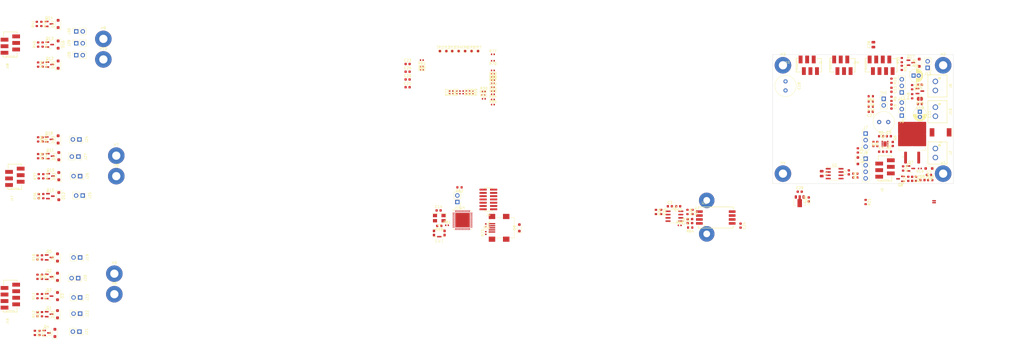
<source format=kicad_pcb>
(kicad_pcb (version 20240108) (generator "pcbnew") (generator_version "8.0")
  (title_block (comment 4 "AISLER Project ID: OVSTNYCK"))
  (layers (0 "F.Cu" signal "Front") (31 "B.Cu" signal "Back") (34 "B.Paste" user) (35 "F.Paste" user) (36 "B.SilkS" user "B.Silkscreen") (37 "F.SilkS" user "F.Silkscreen") (38 "B.Mask" user) (39 "F.Mask" user) (44 "Edge.Cuts" user))
  (net 0 "")
  (net 1 "GND")
  (net 2 "Net-(C2-Pad1)")
  (net 3 "+3.3V")
  (net 4 "GNDPWR")
  (net 5 "/PWR_12V")
  (net 6 "/DATA_LED")
  (net 7 "Net-(J9-Pin_3)")
  (net 8 "Net-(U6-SS{slash}TR)")
  (net 9 "Net-(J12-Pin_3)")
  (net 10 "+5VP")
  (net 11 "+5VL")
  (net 12 "Net-(D7-A)")
  (net 13 "Net-(U4-PF0)")
  (net 14 "Net-(U3-VOUT)")
  (net 15 "/EV_4")
  (net 16 "/Actionneurs/12V_EV1")
  (net 17 "/Actionneurs/12V_EV2")
  (net 18 "/Actionneurs/12V_EV3")
  (net 19 "/Actionneurs/12V_EVP")
  (net 20 "Net-(D8-K)")
  (net 21 "/SW_AU")
  (net 22 "/EV_5")
  (net 23 "/EV_6")
  (net 24 "/EV_7")
  (net 25 "/Actionneurs/12V_EV4")
  (net 27 "/Actionneurs/12V_EV5")
  (net 28 "/Actionneurs/12V_EV6")
  (net 29 "/Actionneurs/12V_EV7")
  (net 31 "/Actionneurs/12V_EV8")
  (net 32 "/Actionneurs/12V_EV9")
  (net 33 "/Actionneurs/12V_EV10")
  (net 34 "Net-(Q1-G)")
  (net 35 "Net-(Q2-G)")
  (net 36 "Net-(Q3-G)")
  (net 37 "Net-(Q4-G)")
  (net 38 "Net-(Q5-G)")
  (net 39 "Net-(Q7-D)")
  (net 40 "/AU_STATUS")
  (net 41 "/Actionneurs/12V_EV11")
  (net 42 "/Actionneurs/12V_VAC")
  (net 43 "/DS_COMP")
  (net 44 "/EV_8")
  (net 45 "/EV_1")
  (net 46 "/DS_TURB")
  (net 47 "/EV_2")
  (net 48 "/EV_3")
  (net 49 "/EV_P")
  (net 50 "Net-(Q10-G)")
  (net 51 "Net-(Q11-G)")
  (net 53 "Net-(Q12-G)")
  (net 54 "Net-(Q13-G)")
  (net 55 "Net-(Q14-G)")
  (net 56 "Net-(Q15-G)")
  (net 57 "Net-(Q16-G)")
  (net 58 "Net-(J6-Pin_2)")
  (net 59 "Net-(Q17-G)")
  (net 60 "Net-(U6-PG)")
  (net 61 "Net-(U6-FB)")
  (net 62 "/EV_9")
  (net 63 "/EV_10")
  (net 64 "/EV_11")
  (net 65 "/VAC")
  (net 66 "/CAN_TX")
  (net 67 "/CAN_RX")
  (net 68 "/VBATT_12V")
  (net 75 "/USB_DP")
  (net 76 "/USB_DN")
  (net 77 "/5V_USB")
  (net 79 "Net-(U4-PF1)")
  (net 80 "/Alim et Arrêt d'urgence/SW_AU{slash}2")
  (net 81 "/MCU et capteurs/A_PRES")
  (net 82 "Net-(C27-Pad2)")
  (net 83 "/MCU et capteurs/A_TEMP")
  (net 84 "/5L")
  (net 85 "/MCU et capteurs/SWTCK")
  (net 86 "/MCU et capteurs/VCP_RX")
  (net 88 "/MCU et capteurs/SWDIO")
  (net 89 "/MCU et capteurs/VCP_TX")
  (net 90 "/MCU et capteurs/SWO")
  (net 91 "/MCU et capteurs/NRST")
  (net 95 "/CANL")
  (net 96 "/CANH")
  (net 98 "Net-(J15-Pin_2)")
  (net 99 "/MCU et capteurs/BOOT0")
  (net 101 "Net-(Q18-G)")
  (net 102 "/MCU et capteurs/SCL")
  (net 103 "/MCU et capteurs/SDA")
  (net 104 "/MCU et capteurs/SDA_5")
  (net 105 "/MCU et capteurs/SCL_5")
  (net 106 "Net-(U4-PC15)")
  (net 107 "Net-(U4-PB0)")
  (net 108 "Net-(U4-PB1)")
  (net 109 "Net-(U4-PB2)")
  (net 110 "Net-(U4-PB4)")
  (net 111 "Net-(U4-PB5)")
  (net 112 "Net-(U4-PB6)")
  (net 113 "Net-(U4-PB7)")
  (net 114 "Net-(U4-PB9)")
  (net 115 "Net-(U4-PB10)")
  (net 116 "Net-(U4-PB11)")
  (net 117 "Net-(U4-PB12)")
  (net 118 "Net-(U4-PB13)")
  (net 119 "Net-(U4-PA0)")
  (net 120 "Net-(U4-PA1)")
  (net 121 "Net-(U4-PA2)")
  (net 122 "Net-(U4-PA3)")
  (net 123 "Net-(U4-PA4)")
  (net 124 "Net-(U4-PA5)")
  (net 125 "Net-(U4-PA9)")
  (net 126 "Net-(U4-PA10)")
  (net 127 "Net-(U4-PA11)")
  (net 128 "Net-(U4-PA12)")
  (net 129 "Net-(U4-PA15)")
  (net 130 "Net-(U4-PA6)")
  (net 131 "Net-(U4-PA7)")
  (net 132 "Net-(U4-PA8)")
  (net 133 "Net-(U2-EN)")
  (net 134 "Net-(U4-PC4)")
  (net 135 "Net-(U4-PC6)")
  (net 136 "Net-(U4-PC10)")
  (net 137 "Net-(U4-PC11)")
  (net 138 "Net-(U4-PC13)")
  (net 139 "Net-(U4-PC14)")
  (net 140 "Net-(U4-PB14)")
  (net 141 "Net-(U4-PB15)")
  (net 144 "/LED_EN")
  (footprint "Connector_PinSocket_2.54mm:PinSocket_1x02_P2.54mm_Vertical" (layer "F.Cu") (at -104.72 147.36 -90)
    (property "Reference" "J22")
    (property "Value" "Alim EV")
  )
  (footprint "ConnectorsEvo:691321100002" (layer "F.Cu") (at 226.28 59.11 -90)
    (property "Reference" "J6")
    (property "Value" "ESC_35_1_P")
  )
  (footprint "Resistor_SMD:R_0603_1608Metric" (layer "F.Cu") (at 131.38 114.01 180)
    (property "Reference" "R64")
    (property "Value" "22")
  )
  (footprint "12V-actuators_pcb:MicroSiP" (layer "F.Cu") (at 206.78 81.61 180)
    (property "Reference" "U6")
    (property "Value" "TPS82130")
  )
  (footprint "Resistor_SMD:R_0603_1608Metric" (layer "F.Cu") (at -121.22 140.585 90)
    (property "Reference" "R11")
    (property "Value" "1k")
  )
  (footprint "Resistor_SMD:R_0603_1608Metric" (layer "F.Cu") (at 42.11 98.41 180)
    (property "Reference" "R82")
    (property "Value" "10k")
  )
  (footprint "Resistor_SMD:R_0402_1005Metric" (layer "F.Cu") (at 55.03 53.11 180)
    (property "Reference" "R69")
    (property "Value" "0")
  )
  (footprint "Package_TO_SOT_SMD:SOT-23" (layer "F.Cu") (at -116.72 140.585)
    (property "Reference" "Q3")
    (property "Value" "G2302")
  )
  (footprint "MountingHole:MountingHole_3.2mm_M3_Pad" (layer "F.Cu") (at 167.28 93.11)
    (property "Reference" "H4")
    (property "Value" "MountingHole_Pad")
  )
  (footprint "Resistor_SMD:R_0603_1608Metric" (layer "F.Cu") (at -120.97 79.835 -90)
    (property "Reference" "R88")
    (property "Value" "10k")
  )
  (footprint "Capacitor_SMD:C_0603_1608Metric" (layer "F.Cu") (at 209.28 60.61 -90)
    (property "Reference" "C13")
    (property "Value" "470pF")
  )
  (footprint "ConnectorsEvo:691321100002" (layer "F.Cu") (at 226.28 69.11 -90)
    (property "Reference" "J10")
    (property "Value" "ESC_35_1_P")
  )
  (footprint "Resistor_SMD:R_0603_1608Metric" (layer "F.Cu") (at 208.28 84.61)
    (property "Reference" "R3")
    (property "Value" "10k")
  )
  (footprint "Connector_PinSocket_2.54mm:PinSocket_1x02_P2.54mm_Vertical" (layer "F.Cu") (at -104.72 125.61 -90)
    (property "Reference" "J19")
    (property "Value" "Alim EV")
  )
  (footprint "Capacitor_SMD:C_0603_1608Metric" (layer "F.Cu") (at 220.28 66.11 180)
    (property "Reference" "C10")
    (property "Value" "100nF")
  )
  (footprint "Resistor_SMD:R_0603_1608Metric" (layer "F.Cu") (at 217.28 59.61 -90)
    (property "Reference" "R50")
    (property "Value" "22")
  )
  (footprint "Connector_PinHeader_2.54mm:PinHeader_1x04_P2.54mm_Vertical" (layer "F.Cu") (at 199.28 87.31)
    (property "Reference" "J8")
    (property "Value" "CAN")
  )
  (footprint "Diode_SMD:D_SOD-123F" (layer "F.Cu") (at -112.97 101.835 -90)
    (property "Reference" "D12")
    (property "Value" "~")
  )
  (footprint "Capacitor_SMD:C_0603_1608Metric" (layer "F.Cu") (at 220.28 58.61 180)
    (property "Reference" "C5")
    (property "Value" "100nF")
  )
  (footprint "Resistor_SMD:R_0603_1608Metric" (layer "F.Cu") (at -119.72 35.085 -90)
    (property "Reference" "R45")
    (property "Value" "10k")
  )
  (footprint "Connector_PinSocket_2.54mm:PinSocket_1x02_P2.54mm_Vertical" (layer "F.Cu") (at -106.22 47.185 90)
    (property "Reference" "J28")
    (property "Value" "Alim EV")
  )
  (footprint "Resistor_SMD:R_0402_1005Metric" (layer "F.Cu") (at 55.03 61.11)
    (property "Reference" "R35")
    (property "Value" "0")
  )
  (footprint "Resistor_SMD:R_0603_1608Metric" (layer "F.Cu") (at 196.28 84.11 -90)
    (property "Reference" "R34")
    (property "Value" "10k")
  )
  (footprint "Connector_PinSocket_2.54mm:PinSocket_1x02_P2.54mm_Vertical" (layer "F.Cu") (at -104.97 79.86 -90)
    (property "Reference" "J24")
    (property "Value" "Alim EV")
  )
  (footprint "Resistor_SMD:R_0603_1608Metric" (layer "F.Cu") (at 215.78 95.11 90)
    (property "Reference" "R22")
    (property "Value" "10k")
  )
  (footprint "Resistor_SMD:R_0603_1608Metric" (layer "F.Cu") (at -119.22 50.835 -90)
    (property "Reference" "R43")
    (property "Value" "10k")
  )
  (footprint "Resistor_SMD:R_0402_1005Metric" (layer "F.Cu") (at 44.78 61.61 -90)
    (property "Reference" "R63")
    (property "Value" "0")
  )
  (footprint "Capacitor_SMD:C_0603_1608Metric" (layer "F.Cu") (at 177.28 103.11 90)
    (property "Reference" "C30")
    (property "Value" "10uF")
  )
  (footprint "Connector_PinHeader_2.54mm:PinHeader_1x03_P2.54mm_Vertical" (layer "F.Cu") (at 199.28 77.585)
    (property "Reference" "J7")
    (property "Value" "RGBA_LEDs")
  )
  (footprint "Package_SO:SOIC-8_3.9x4.9mm_P1.27mm" (layer "F.Cu") (at 125.28 109.61)
    (property "Reference" "U2")
    (property "Value" "TCA9517DR")
  )
  (footprint "Package_TO_SOT_SMD:SOT-23" (layer "F.Cu") (at -116.47 43.085)
    (property "Reference" "Q13")
    (property "Value" "G2302")
  )
  (footprint "Package_TO_SOT_SMD:SOT-23" (layer "F.Cu") (at -116.22 101.835)
    (property "Reference" "Q15")
    (property "Value" "G2302")
  )
  (footprint "TestPoint:TestPoint_Pad_D1.0mm" (layer "F.Cu") (at 37.03 45.61)
    (property "Reference" "TP2")
    (property "Value" "TestPoint_Small")
  )
  (footprint "NetTie:NetTie-2_SMD_Pad0.5mm" (layer "F.Cu") (at 225.78 104.36)
    (property "Reference" "R24" (hide yes))
    (property "Value" "0" (hide yes))
  )
  (footprint "Resistor_SMD:R_0603_1608Metric" (layer "F.Cu") (at 213.78 91.11 -90)
    (property "Reference" "R20")
    (property "Value" "4.7k")
  )
  (footprint "Resistor_SMD:R_0603_1608Metric" (layer "F.Cu") (at 195.28 94.61)
    (property "Reference" "R2")
    (property "Value" "68")
  )
  (footprint "Resistor_SMD:R_0603_1608Metric" (layer "F.Cu") (at -120.72 101.835 90)
    (property "Reference" "R36")
    (property "Value" "1k")
  )
  (footprint "ConnectorsEvo:690367280676" (layer "F.Cu") (at -129.97 94.335 90)
    (property "Reference" "J17")
    (property "Value" "690367280876")
    (property "VALUE" "690367280876" (hide yes))
  )
  (footprint "Package_TO_SOT_SMD:SOT-23" (layer "F.Cu") (at -116.136 94.085)
    (property "Reference" "Q10")
    (property "Value" "G2302")
  )
  (footprint "Diode_SMD:D_SOD-123F" (layer "F.Cu") (at -112.97 94.085 90)
    (property "Reference" "D13")
    (property "Value" "~")
  )
  (footprint "Resistor_SMD:R_0603_1608Metric" (layer "F.Cu") (at -121.22 147.585 90)
    (property "Reference" "R12")
    (property "Value" "1k")
  )
  (footprint "Connector_PinHeader_2.54mm:PinHeader_1x03_P2.54mm_Vertical" (layer "F.Cu") (at 213.28 61.635 180)
    (property "Reference" "J12")
    (property "Value" "ESC_35_2_S")
  )
  (footprint "Resistor_SMD:R_0402_1005Metric" (layer "F.Cu") (at 41.03 61.61 90)
    (property "Reference" "R54")
    (property "Value" "0")
  )
  (footprint "Resistor_SMD:R_0402_1005Metric" (layer "F.Cu") (at 27.53 51.61 180)
    (property "Reference" "R65")
    (property "Value" "0")
  )
  (footprint "Resistor_SMD:R_0603_1608Metric" (layer "F.Cu") (at -120.72 94.131 90)
    (property "Reference" "R37")
    (property "Value" "1k")
  )
  (footprint "Connector_PinSocket_2.54mm:PinSocket_1x02_P2.54mm_Vertical" (layer "F.Cu") (at -104.72 141.11 -90)
    (property "Reference" "J23")
    (property "Value" "Alim EV")
  )
  (footprint "ConnectorsEvo:690367280876" (layer "F.Cu") (at -131.72 140.585 90)
    (property "Reference" "J16")
    (property "Value" "690367280876")
    (property "VALUE" "690367280876" (hide yes))
  )
  (footprint "Capacitor_SMD:C_0603_1608Metric" (layer "F.Cu") (at 22.03 53.61)
    (property "Reference" "C25")
    (property "Value" "10nF")
  )
  (footprint "TestPoint:TestPoint_Pad_D1.0mm" (layer "F.Cu") (at 44.28 45.61)
    (property "Reference" "TP6")
    (property "Value" "TestPoint_Small")
  )
  (footprint "ConnectorsEvo:690367280876" (layer "F.Cu") (at 205.28 51.11)
    (property "Reference" "J14")
    (property "Value" "690367280876")
    (property "VALUE" "690367280876" (hide yes))
  )
  (footprint "Resistor_SMD:R_0402_1005Metric" (layer "F.Cu") (at 43.53 61.61 -90)
    (property "Reference" "R62")
    (property "Value" "0")
  )
  (footprint "Capacitor_THT:CP_Radial_D5.0mm_P2.00mm" (layer "F.Cu") (at 220.28 69.11 -90)
    (property "Reference" "C11")
    (property "Value" "10uF")
  )
  (footprint "Resistor_SMD:R_0603_1608Metric" (layer "F.Cu") (at 118.13 107.96 -90)
    (property "Reference" "R26")
    (property "Value" "10k")
  )
  (footprint "Resistor_SMD:R_0603_1608Metric" (layer "F.Cu") (at -119.47 133.085 -90)
    (property "Reference" "R9")
    (property "Value" "10k")
  )
  (footprint "MountingHole:MountingHole_3.2mm_M3_Pad" (layer "F.Cu") (at 229.28 93.11)
    (property "Reference" "H1")
    (property "Value" "MountingHole_Pad")
  )
  (footprint "Crystal:Crystal_SMD_5032-4Pin_5.0x3.2mm" (layer "F.Cu") (at 34.28 110.36 180)
    (property "Reference" "Y1")
    (property "Value" "16 MHz")
  )
  (footprint "Diode_SMD:D_SOD-123F" (layer "F.Cu") (at -113.47 147.585 90)
    (property "Reference" "D10")
    (property "Value" "~")
  )
  (footprint "Capacitor_SMD:C_0603_1608Metric" (layer "F.Cu") (at 123.53 105.76)
    (property "Reference" "C3")
    (property "Value" "100nF")
  )
  (footprint "Package_TO_SOT_SMD:SOT-23" (layer "F.Cu") (at 216.78 50.11)
    (property "Reference" "Q17")
    (property "Value" "G2302")
  )
  (footprint "Capacitor_SMD:C_0603_1608Metric" (layer "F.Cu") (at 209.78 81.61 90)
    (property "Reference" "C4")
    (property "Value" "10uF")
  )
  (footprint "Resistor_SMD:R_0402_1005Metric" (layer "F.Cu") (at 42.28 61.61 90)
    (property "Reference" "R55")
    (property "Value" "0")
  )
  (footprint "Resistor_SMD:R_0603_1608Metric" (layer "F.Cu") (at -121.22 133.085 -90)
    (property "Reference" "R8")
    (property "Value" "1k")
  )
  (footprint "Diode_SMD:D_SOD-123F" (layer "F.Cu") (at -114.47 154.835 90)
    (property "Reference" "D4")
    (property "Value" "~")
  )
  (footprint "Resistor_SMD:R_0402_1005Metric" (layer "F.Cu") (at 220.28 91.11 180)
    (property "Reference" "R19")
    (property "Value" "0")
  )
  (footprint "Resistor_SMD:R_0603_1608Metric" (layer "F.Cu") (at 213.28 49.11 90)
    (property "Reference" "R51")
    (property "Value" "1k")
  )
  (footprint "Resistor_SMD:R_0603_1608Metric" (layer "F.Cu") (at -119.47 140.585 -90)
    (property "Reference" "R13")
    (property "Value" "10k")
  )
  (footprint "Capacitor_SMD:C_0603_1608Metric" (layer "F.Cu") (at 34.03 107.36)
    (property "Reference" "C14")
    (property "Value" "18pF")
  )
  (footprint "Connector_PinSocket_2.54mm:PinSocket_1x02_P2.54mm_Vertical" (layer "F.Cu") (at -105.47 133.61 -90)
    (property "Reference" "J20")
    (property "Value" "Alim EV")
  )
  (footprint "Resistor_SMD:R_0603_1608Metric" (layer "F.Cu") (at -121.47 35.085 90)
    (property "Reference" "R41")
    (property "Value" "1k")
  )
  (footprint "Resistor_SMD:R_0402_1005Metric" (layer "F.Cu") (at 37.28 113.11)
    (property "Reference" "R81")
    (property "Value" "10k")
  )
  (footprint "Capacitor_SMD:C_0603_1608Metric" (layer "F.Cu") (at 205.28 84.61)
    (property "Reference" "C7")
    (property "Value" "430pF")
  )
  (footprint "Capacitor_SMD:C_0603_1608Metric" (layer "F.Cu") (at 22.03 50.61)
    (property "Reference" "C23")
    (property "Value" "100nF")
  )
  (footprint "Resistor_SMD:R_0402_1005Metric" (layer "F.Cu") (at 27.53 52.86)
    (property "Reference" "R66")
    (property "Value" "0")
  )
  (footprint "Package_TO_SOT_SMD:SOT-23" (layer "F.Cu") (at 212.78 95.11 180)
    (property "Reference" "Q8")
    (property "Value" "2N7002")
  )
  (footprint "Capacitor_SMD:C_0603_1608Metric" (layer "F.Cu") (at 223.78 93.61 180)
    (property "Reference" "C16")
    (property "Value" "100nF")
  )
  (footprint "Resistor_SMD:R_0402_1005Metric" (layer "F.Cu") (at 55.03 55.61 180)
    (property "Reference" "R67")
    (property "Value" "0")
  )
  (footprint "Resistor_SMD:R_0603_1608Metric" (layer "F.Cu") (at -118.97 101.835 90)
    (property "Reference" "R47")
    (property "Value" "10k")
  )
  (footprint "Resistor_SMD:R_0603_1608Metric" (layer "F.Cu") (at 195.28 93.11 180)
    (property "Reference" "R1")
    (property "Value" "68")
  )
  (footprint "Diode_SMD:D_SOD-323_HandSoldering" (layer "F.Cu") (at 65.28 114.11 90)
    (property "Reference" "D9")
    (property "Value" "1N5819WS")
  )
  (footprint "Package_TO_SOT_SMD:TO-263-2" (layer "F.Cu") (at 217.28 79.235 90)
    (property "Reference" "Q6")
    (property "Value" "SUM110P06-08L")
  )
  (footprint "Capacitor_THT:C_Radial_D8.0mm_H11.5mm_P3.50mm" (layer "F.Cu") (at 208.03 73.11 180)
    (property "Reference" "C17")
    (property "Value" "470uF")
  )
  (footprint "Resistor_SMD:R_0603_1608Metric" (layer "F.Cu") (at 209.28 57.11 -90)
    (property "Reference" "R10")
    (property "Value" "22")
  )
  (footprint "Resistor_SMD:R_0603_1608Metric" (layer "F.Cu") (at 209.28 64.11 -90)
    (property "Reference" "R6")
    (property "Value" "22")
  )
  (footprint "Resistor_SMD:R_0603_1608Metric" (layer "F.Cu") (at 218.78 95.11 -90)
    (property "Reference" "R23")
    (property "Value" "10k")
  )
  (footprint "Resistor_SMD:R_0402_1005Metric" (layer "F.Cu") (at 51.53 64.11)
    (property "Reference" "R31")
    (property "Value" "0")
  )
  (footprint "Resistor_SMD:R_0402_1005Metric" (layer "F.Cu") (at 55.03 58.11)
    (property "Reference" "R57")
    (property "Value" "0")
  )
  (footprint "TestPoint:TestPoint_Pad_D1.0mm" (layer "F.Cu") (at 49.28 45.61)
    (property "Reference" "TP7")
    (property "Value" "TestPoint_Small")
  )
  (footprint "Capacitor_SMD:C_0805_2012Metric" (layer "F.Cu") (at 182.28 93.11 -90)
    (property "Reference" "C1")
    (property "Value" "10uF")
  )
  (footprint "Resistor_SMD:R_0603_1608Metric" (layer "F.Cu") (at 224.28 95.61)
    (property "Reference" "R18")
    (property "Value" "10k")
  )
  (footprint "Resistor_SMD:R_0402_1005Metric" (layer "F.Cu") (at 27.53 49.11 180)
    (property "Reference" "R61")
    (property "Value" "0")
  )
  (footprint "Package_TO_SOT_SMD:SOT-23" (layer "F.Cu") (at -117.72 154.835)
    (property "Reference" "Q4")
    (property "Value" "G2302")
  )
  (footprint "Resistor_SMD:R_0603_1608Metric" (layer "F.Cu") (at -120.97 50.835 -90)
    (property "Reference" "R39")
    (property "Value" "1k")
  )
  (footprint "ConnectorsEvo:690367280676" (layer "F.Cu") (at 190.28 51.11)
    (property "Reference" "J1")
    (property "Value" "690367280876")
    (property "VALUE" "690367280876" (hide yes))
  )
  (footprint "Capacitor_SMD:C_0603_1608Metric" (layer "F.Cu") (at 150.88 113.26 -90)
    (property "Reference" "C24")
    (property "Value" "220nF")
  )
  (footprint "Capacitor_SMD:C_0603_1608Metric" (layer "F.Cu") (at 208.28 78.61)
    (property "Reference" "C9")
    (property "Value" "22uF")
  )
  (footprint "Resistor_SMD:R_0603_1608Metric" (layer "F.Cu") (at -120.97 43.085 90)
    (property "Reference" "R40")
    (property "Value" "1k")
  )
  (footprint "MountingHole:MountingHole_3.2mm_M3_Pad" (layer "F.Cu") (at -90.72 86.135)
    (property "Reference" "H7")
    (property "Value" "MountingHole_Pad")
  )
  (footprint "Capacitor_SMD:C_0603_1608Metric" (layer "F.Cu") (at 192.78 92.61 90)
    (property "Reference" "C2")
    (property "Value" "1nF")
  )
  (footprint "LED_SMD:LED_0603_1608Metric" (layer "F.Cu") (at 221.28 95.61)
    (property "Reference" "D8")
    (property "Value" "LED")
  )
  (footprint "Diode_SMD:D_SOD-123F" (layer "F.Cu") (at -113.22 50.835 90)
    (property "Reference" "D15")
    (property "Value" "~")
  )
  (footprint "Diode_SMD:D_SOD-123F" (layer "F.Cu") (at -113.47 140.585 -90)
    (property "Reference" "D3")
    (property "Value" "~")
  )
  (footprint "Capacitor_SMD:C_0603_1608Metric" (layer "F.Cu") (at 173.78 100.11)
    (property "Reference" "C29")
    (property "Value" "10uF")
  )
  (footprint "Resistor_SMD:R_0402_1005Metric" (layer "F.Cu") (at 55.03 64.36)
    (property "Reference" "R84")
    (property "Value" "0")
  )
  (footprint "Resistor_SMD:R_0603_1608Metric" (layer "F.Cu") (at 201.28 67.11 180)
    (property "Reference" "R79")
    (property "Value" "100k")
  )
  (footprint "Capacitor_SMD:C_0603_1608Metric" (layer "F.Cu") (at 201.28 69.11 180)
    (property "Reference" "C27")
    (property "Value" "100nF")
  )
  (footprint "Resistor_SMD:R_0603_1608Metric" (layer "F.Cu") (at -119.2204 86.335 -90)
    (property "Reference" "R42")
    (property "Value" "10k")
  )
  (footprint "Capacitor_SMD:C_0603_1608Metric" (layer "F.Cu") (at 132.13 111.51 90)
    (property "Reference" "C22")
    (property "Value" "15nF")
  )
  (footprint "Capacitor_SMD:C_0805_2012Metric" (layer "F.Cu") (at 202.28 43.11 90)
    (property "Reference" "C28")
    (property "Value" "1uF")
  )
  (footprint "Capacitor_SMD:C_0603_1608Metric" (layer "F.Cu") (at 22.03 56.61)
    (property "Reference" "C20")
    (property "Value" "10nF")
  )
  (footprint "Diode_SMD:D_SOD-123F" (layer "F.Cu") (at -113.22 43.085 -90)
    (property "Reference" "D16")
    (property "Value" "~")
  )
  (footprint "Connector_PinSocket_2.54mm:PinSocket_1x02_P2.54mm_Vertical" (layer "F.Cu") (at -104.72 94.085 -90)
    (property "Reference" "J26")
    (property "Value" "Alim EV")
  )
  (footprint "Resistor_SMD:R_0603_1608Metric" (layer "F.Cu") (at 205.28 78.61)
    (property "Reference" "R5")
    (property "Value" "523k")
  )
  (footprint "Connector_PinHeader_2.54mm:PinHeader_1x02_P2.54mm_Vertical" (layer "F.Cu") (at 41.28 104.11 180)
    (property "Reference" "J15")
    (property "Value" "BOOT0")
  )
  (footprint "Connector_PinHeader_2.54mm:PinHeader_1x02_P2.54mm_Vertical" (layer "F.Cu") (at 206.28 64.11)
    (property "Reference" "TH1")
    (property "Value" "NTC")
  )
  (footprint "Resistor_SMD:R_0603_1608Metric" (layer "F.Cu") (at -119.22 79.835 -90)
    (property "Reference" "R87")
    (property "Value" "1k")
  )
  (footprint "MountingHole:MountingHole_3.2mm_M3_Pad" (layer "F.Cu") (at -90.72 94.085)
    (property "Reference" "H8")
    (property "Value" "MountingHole_Pad")
  )
  (footprint "ConnectorsEvo:691321100002" (layer "F.Cu") (at 226.28 85.11 -90)
    (property "Reference" "J2")
    (property "Value" "3.5mm WR-TBL")
  )
  (footprint "Package_TO_SOT_SMD:SOT-23" (layer "F.Cu") (at -116.72 125.585)
    (property "Reference" "Q5")
    (property "Value" "G2302")
  )
  (footprint "Resistor_SMD:R_0603_1608Metric" (layer "F.Cu") (at 217.28 63.11 90)
    (property "Reference" "R48")
    (property "Value" "10k")
  )
  (footprint "Resistor_SMD:R_0603_1608Metric" (layer "F.Cu") (at 201.28 65.11 180)
    (property "Reference" "R78")
    (property "Value" "100k")
  )
  (footprint "Package_TO_SOT_SMD:SOT-23" (layer "F.Cu") (at 220.28 61.11)
    (property "Reference" "Q16")
    (property "Value" "G2302")
  )
  (footprint "Diode_SMD:D_SOD-123F" (layer "F.Cu") (at 220.03 50.11 90)
    (property "Reference" "D18")
    (property "Value" "~")
  )
  (footprint "Diode_SMD:D_SOD-123F" (layer "F.Cu") (at -113.22 35.085 90)
    (property "Reference" "D17")
    (property "Value" "~")
  )
  (footprint "Resistor_SMD:R_0603_1608Metric" (layer "F.Cu") (at 202.28 81.61 -90)
    (property "Reference" "R4")
    (property "Value" "100k")
  )
  (footprint "Resistor_SMD:R_0603_1608Metric" (layer "F.Cu") (at -122.22 154.835 -90)
    (property "Reference" "R14")
    (property "Value" "1k")
  )
  (footprint "Resistor_SMD:R_0402_1005Metric" (layer "F.Cu") (at 55.03 46.86)
    (property "Reference" "R77")
    (property "Value" "0")
  )
  (footprint "Capacitor_THT:C_Radial_D8.0mm_H11.5mm_P3.50mm" (layer "F.Cu") (at 168.28 57.36 -90)
    (property "Reference" "C18")
    (property "Value" "470uF")
  )
  (footprint "ConnectorsEvo:USB_Mini-B_Wuerth_65100516121_Horizontal" (layer "F.Cu") (at 57.28 114.11 90)
    (property "Reference" "J5")
    (property "Value" "USB_B_Mini")
  )
  (footprint "Package_TO_SOT_SMD:SOT-23" (layer "F.Cu") (at -116.72 79.835)
    (property "Reference" "Q18")
    (property "Value" "G2302")
  )
  (footprint "Resistor_SMD:R_0402_1005Metric" (layer "F.Cu") (at 39.53 61.61 90)
    (property "Reference" "R71")
    (property "Value" "0")
  )
  (footprint "Resistor_SMD:R_0402_1005Metric" (layer "F.Cu") (at 55.03 66.35)
    (property "Reference" "R85")
    (property "Value" "0")
  )
  (footprint "Diode_SMD:D_SOD-123F" (layer "F.Cu") (at -113.22 79.835 90)
    (property "Reference" "D19")
    (property "Value" "~")
  )
  (footprint "Connector_PinSocket_2.54mm:PinSocket_1x02_P2.54mm_Vertical" (layer "F.Cu") (at -104.97 154.335 -90)
    (property "Reference" "J21")
    (property "Value" "Alim EV")
  )
  (footprint "Diode_SMD:D_SOD-123F" (layer "F.Cu") (at -113.47 133.085 90)
    (property "Reference" "D2")
    (property "Value" "~")
  )
  (footprint "ConnectorsEvo:690367280676" (layer "F.Cu") (at 206.78 91.11 90)
    (property "Reference" "J3")
    (property "Value" "690367280676")
    (property "VALUE" "690367280676" (hide yes))
  )
  (footprint "ComponentsEvo:DO-214AB" (layer "F.Cu") (at 228.28 77.11 180)
    (property "Reference" "D6")
    (property "Value" "~" (hide yes))
  )
  (footprint "ConnectorsEvo:SAMTEC_FTSH-107-01-L-DV-K" (layer "F.Cu") (at 53.28 103.11 90)
    (property "Reference" "J4")
    (property "Value" "STLINK")
  )
  (footprint "Package_TO_SOT_SMD:SOT-23" (layer "F.Cu") (at -116.47 50.835)
    (property "Reference" "Q12")
    (property "Value" "G2302")
  )
  (footprint "Resistor_SMD:R_0603_1608Metric" (layer "F.Cu") (at 201.28 63.11 180)
    (property "Reference" "R80")
    (property "Value" "22")
  )
  (footprint "Resistor_SMD:R_0402_1005Metric" (layer "F.Cu") (at 52.28 116.11 90)
    (property "Reference" "R73")
    (property "Value" "0")
  )
  (footprint "Resistor_SMD:R_0603_1608Metric" (layer "F.Cu") (at -120.97 86.335 -90)
    (property "Reference" "R38")
    (property "Value" "1k")
  )
  (footprint "Resistor_SMD:R_0402_1005Metric" (layer "F.Cu") (at 51.28 62.61)
    (property "Reference" "R32")
    (property "Value" "0")
  )
  (footprint "Resistor_SMD:R_0603_1608Metric" (layer "F.Cu") (at 199.28 104.11 -90)
    (property "Reference" "R21")
    (property "Value" "10k")
  )
  (footprint "Connector_PinHeader_2.54mm:PinHeader_1x02_P2.54mm_Vertical" (layer "F.Cu") (at 223.28 52.11 180)
    (property "Reference" "J13")
    (property "Value" "Alim Pompe")
  )
  (footprint "Resistor_SMD:R_0402_1005Metric" (layer "F.Cu") (at 52.28 113.11 -90)
    (property "Reference" "R74")
    (property "Value" "0")
  )
  (footprint "Diode_SMD:D_SOD-323_HandSoldering" (layer "F.Cu") (at 196.28 88.11 -90)
    (property "Reference" "D1")
    (property "Value" "1N5819WS")
  )
  (footprint "ConnectorsEvo:690367280676" (layer "F.Cu") (at 177.28 51.11)
    (property "Reference" "J11")
    (property "Value" "690367280876")
    (property "VALUE" "690367280876" (hide yes))
  )
  (footprint "TestPoint:TestPoint_Pad_D1.0mm" (layer "F.Cu") (at 46.78 45.61)
    (property "Reference" "TP5")
    (property "Value" "TestPoint_Small")
  )
  (footprint "MountingHole:MountingHole_3.2mm_M3_Pad" (layer "F.Cu") (at 167.28 51.11)
    (property "Reference" "H3")
    (property "Value" "MountingHole_Pad")
  )
  (footprint "Resistor_SMD:R_0402_1005Metric" (layer "F.Cu") (at 55.03 59.61)
    (property "Reference" "R29")
    (property "Value" "0")
  )
  (footprint "Resistor_SMD:R_0603_1608Metric" (layer "F.Cu") (at -118.97 94.131 -90)
    (property "Reference" "R46")
    (property "Value" "10k")
  )
  (footprint "Resistor_SMD:R_0402_1005Metric" (layer "F.Cu") (at 127.33 113.16)
    (property "Reference" "R86")
    (property "Value" "0")
  )
  (footprint "Diode_SMD:D_SOD-323_HandSoldering" (layer "F.Cu") (at 223.78 91.11 180)
    (property "Reference" "D7")
    (property "Value" "14.6V")
  )
  (footprint "Capacitor_SMD:C_0603_1608Metric" (layer "F.Cu") (at 126.73 105.76 180)
    (property "Reference" "C12")
    (property "Value" "100nF")
  )
  (footprint "TestPoint:TestPoint_Pad_D1.0mm" (layer "F.Cu") (at 41.78 45.61)
    (property "Reference" "TP4")
    (property "Value" "TestPoint_Small")
  )
  (footprint "Package_TO_SOT_SMD:SOT-23" (layer "F.Cu") (at -116.72 147.585)
    (property "Reference" "Q1")
    (property "Value" "G2302")
  )
  (footprint "NetTie:NetTie-2_SMD_Pad0.5mm" (layer "F.Cu") (at 225.78 103.61)
    (property "Reference" "R89" (hide yes))
    (property "Value" "0" (hide yes))
  )
  (footprint "ConnectorsEvo:690367280676" (layer "F.Cu") (at -131.72 43.085 90)
    (property "Reference" "J18")
    (property "Value" "690367280876")
    (property "VALUE" "690367280876" (hide yes))
  )
  (footprint "Connector_PinSocket_2.54mm:PinSocket_1x02_P2.54mm_Vertical" (layer "F.Cu") (at -103.72 101.61 -90)
    (property "Reference" "J25")
    (property "Value" "Alim EV")
  )
  (footprint "MountingHole:MountingHole_3.2mm_M3_Pad" (layer "F.Cu") (at -95.72 40.885)
    (property "Reference" "H9")
    (property "Value" "MountingHole_Pad")
  )
  (footprint "Resistor_SMD:R_0402_1005Metric" (layer "F.Cu") (at 55.03 62.37)
    (property "Reference" "R83")
    (property "Value" "0")
  )
  (footprint "Resistor_SMD:R_0402_1005Metric" (layer "F.Cu") (at 55.03 49.36 180)
    (property "Reference" "R70")
    (property "Value" "0")
  )
  (footprint "Package_TO_SOT_SMD:SOT-23" (layer "F.Cu") (at 216.78 91.11)
    (property "Reference" "Q7")
    (property "Value" "2N7002")
  )
  (footprint "Package_TO_SOT_SMD:SOT-23" (layer "F.Cu") (at -116.72 133.085)
    (property "Reference" "Q2")
    (property "Value" "G2302")
  )
  (footprint "MountingHole:MountingHole_3.2mm_M3_Pad" (layer "F.Cu") (at 229.28 51.11)
    (property "Reference" "H2")
    (property "Value" "MountingHole_Pad")
  )
  (footprint "Capacitor_SMD:C_0603_1608Metric" (layer "F.Cu") (at 22.03 59.61)
    (property "Reference" "C21")
    (property "Value" "100nF")
  )
  (footprint "Resistor_SMD:R_0603_1608Metric" (layer "F.Cu") (at -119.47 125.585 90)
    (property "Reference" "R17")
    (property "Value" "10k")
  )
  (footprint "MountingHole:MountingHole_3.2mm_M3_Pad" (layer "F.Cu") (at -95.72 48.835)
    (property "Reference" "H10")
    (property "Value" "MountingHole_Pad")
  )
  (footprint "Capacitor_SMD:C_0603_1608Metric" (layer "F.Cu") (at 34.28 113.36 180)
    (property "Reference" "C15")
    (property "Value" "18pF")
  )
  (footprint "Jumper:SolderJumper-2_P1.3mm_Open_RoundedPad1.0x1.5mm" (layer "F.Cu") (at 220.28 64.11 180)
    (property "Reference" "R49")
    (property "Value" "0")
  )
  (footprint "MountingHole:MountingHole_3.2mm_M3_Pad" (layer "F.Cu") (at -91.47 131.885)
    (property "Reference" "H5")
    (property "Value" "MountingHole_Pad")
  )
  (footprint "Diode_SMD:D_SOD-123F" (layer "F.Cu") (at -112.97 86.335 90)
    (property "Reference" "D14")
    (property "Value" "~")
  )
  (footprint "Package_TO_SOT_SMD:SOT-23" (layer "F.Cu") (at -116.2928 86.335)
    (property "Reference" "Q11")
    (property "Value" "G2302")
  )
  (footprint "Capacitor_THT:CP_Radial_D5.0mm_P2.00mm" (layer "F.Cu") (at 217.824888 55.11)
    (property "Reference" "C6")
    (property "Value" "10uF")
  )
  (footprint "Resistor_SMD:R_0603_1608Metric" (layer "F.Cu") (at -121.22 125.585 90)
    (property "Reference" "R16")
    (property "Value" "1k")
  )
  (footprint "Diode_SMD:D_SOD-123F" (layer "F.Cu") (at -113.47 125.585 90)
    (property "Reference" "D5")
    (property "Value" "~")
  )
  (footprint "Resistor_SMD:R_0402_1005Metric" (layer "F.Cu") (at 47.28 61.61 -90)
    (property "Reference" "R59")
    (property "Value" "0")
  )
  (footprint "MountingHole:MountingHole_3.2mm_M3_Pad" (layer "F.Cu") (at -91.47 139.835)
    (property "Reference" "H6")
    (property "Value" "MountingHole_Pad")
  )
  (footprint "Resistor_SMD:R_0402_1005Metric" (layer "F.Cu") (at 38.28 61.61 90)
    (property "Reference" "R72")
    (property "Value" "0")
  )
  (footprint "ComponentsEvo:WSEN-PDUS_2513130810X01" (layer "F.Cu") (at 141.28 110.11)
    (property "Reference" "U3")
    (property "Value" "WSEN-PDUS")
  )
  (footprint "TestPoint:TestPoint_Pad_D1.0mm" (layer "F.Cu") (at 34.53 45.61)
    (property "Reference" "TP1")
    (property "Value" "TestPoint_Small")
  )
  (footprint "Package_TO_SOT_SMD:SOT-89-3" (layer "F.Cu") (at 173.78 104.11 -90)
    (property "Reference" "U5")
    (property "Value" "AMS1117-3.3")
  )
  (footprint "TestPoint:TestPoint_Pad_D1.0mm" (layer "F.Cu") (at 39.28 45.61)
    (property "Reference" "TP3")
    (property "Value" "TestPoint_Small")
  )
  (footprint "Package_DFN_QFN:QFN-48-1EP_7x7mm_P0.5mm_EP5.6x5.6mm" (layer "F.Cu") (at 43.28 111.11)
    (property "Reference" "U4")
    (property "Value" "STM32G474CEUx")
  )
  (footprint "Capacitor_SMD:C_0603_1608Metric" (layer "F.Cu") (at 130.38 111.51 90)
    (property "Reference" "C26")
    (property "Value" "15nF")
  )
  (footprint "Resistor_SMD:R_0603_1608Metric" (layer "F.Cu") (at 213.28 52.11 -90)
    (property "Reference" "R52")
    (property "Value" "10k")
  )
  (footprint "Capacitor_SMD:C_0603_1608Metric" (layer "F.Cu") (at 217.28 95.11 -90)
    (property "Reference" "C19")
    (property "Value" "100nF")
  )
  (footprint "Resistor_SMD:R_0402_1005Metric" (layer "F.Cu") (at 51.5 61.25)
    (property "Reference" "R30")
    (property "Value" "0")
  )
  (footprint "Resistor_SMD:R_0402_1005Metric" (layer "F.Cu") (at 55.03 54.36 180)
    (property "Reference" "R68")
    (property "Value" "0")
  )
  (footprint "Resistor_SMD:R_0402_1005Metric" (layer "F.Cu") (at 46.03 61.61 -90)
    (property "Reference" "R60")
    (property "Value" "0")
  )
  (footprint "Resistor_SMD:R_0603_1608Metric" (layer "F.Cu") (at -119.47 147.585 90)
    (property "Reference" "R33")
    (property "Value" "10k")
  )
  (footprint "Resistor_SMD:R_0603_1608Metric" (layer "F.Cu") (at -119.22 43.085 -90)
    (property "Reference" "R44")
    (property "Value" "10k")
  )
  (footprint "Capacitor_SMD:C_0603_1608Metric" (layer "F.Cu") (at 209.28 67.11 -90)
    (property "Reference" "C8")
    (property "Value" "470pF")
  )
  (footprint "Connector_PinSocket_2.54mm:PinSocket_1x02_P2.54mm_Vertical" (layer "F.Cu") (at -105.37 86.51 -90)
    (property "Reference" "J27")
    (property "Value" "Alim EV")
  )
  (footprint "Package_TO_SOT_SMD:SOT-23" (layer "F.Cu") (at -116.72 35.085)
    (property "Reference" "Q14")
    (property "Value" "G2302")
  )
  (footprint "Resistor_SMD:R_0402_1005Metric" (layer "F.Cu") (at 55.03 56.86)
    (property "Reference" "R56")
    (property "Value" "0")
  )
  (footprint "Resistor_SMD:R_0603_1608Metric" (layer "F.Cu") (at 203.78 81.61 90)
    (property "Reference" "R7")
    (property "Value" "100k")
  )
  (footprint "ComponentsEvo:435431019840" (layer "F.Cu") (at 34.28 116.11 180)
    (property "Reference" "SW1")
    (property "Value" "435431019840")
  )
  (footprint "Connector_PinHeader_2.54mm:PinHeader_1x03_P2.54mm_Vertical" (layer "F.Cu") (at 213.28 70.635 180)
    (property "Reference" "J9")
    (property "Value" "ESC_35_1_S")
  )
  (footprint "Connector_PinSocket_2.54mm:PinSocket_1x02_P2.54mm_Vertical" (layer "F.Cu") (at -106.22 42.585 90)
    (property "Reference" "J29")
    (property "Value" "Alim EV")
  )
  (footprint "Resistor_SMD:R_0603_1608Metric" (layer "F.Cu") (at 130.33 107.96 -90)
    (property "Reference" "R28")
    (property "Value" "10k")
  )
  (footprint "Resistor_SMD:R_0603_1608Metric" (layer "F.Cu") (at 120.13 107.96 -90)
    (property "Reference" "R25")
    (property "Value" "10k")
  )
  (footprint "Connector_PinSocket_2.54mm:PinSocket_1x02_P2.54mm_Vertical" (layer "F.Cu") (at -106.22 37.985 90)
    (property "Reference" "J30")
    (property "Value" "Alim EV")
  )
  (footprint "Package_SO:SOIC-8_3.9x4.9mm_P1.27mm" (layer "F.Cu") (at 187.28 93.11)
    (property "Reference" "U1")
    (property "Value" "MCP2551-I-SN")
  )
  (footprint "Resistor_SMD:R_0603_1608Metric" (layer "F.Cu") (at -120.47 154.835 -90)
    (property "Reference" "R15")
    (property "Value" "10k")
  )
  (footprint "Resistor_SMD:R_0603_1608Metric" (layer "F.Cu") (at 132.28 107.96 -90)
    (property "Reference" "R27")
    (property "Value" "10k")
  )
  (gr_rect (start 163.2628 46.9852) (end 233.2628 96.9852) (stroke (width 0.1)) (fill none) (layer "Edge.Cuts"))
)
</source>
